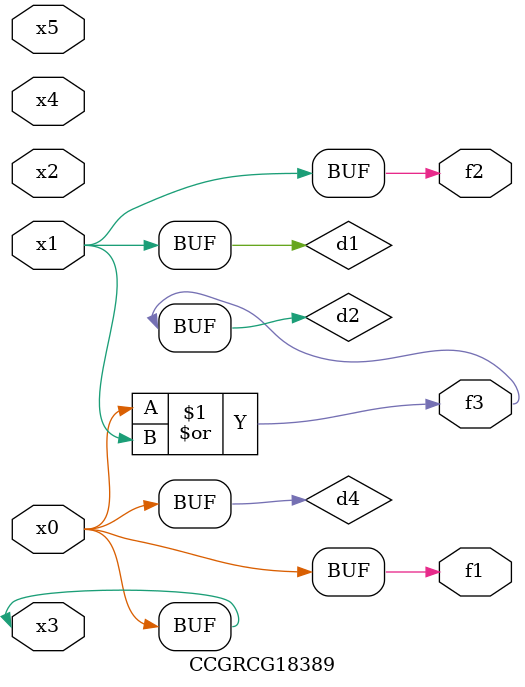
<source format=v>
module CCGRCG18389(
	input x0, x1, x2, x3, x4, x5,
	output f1, f2, f3
);

	wire d1, d2, d3, d4;

	and (d1, x1);
	or (d2, x0, x1);
	nand (d3, x0, x5);
	buf (d4, x0, x3);
	assign f1 = d4;
	assign f2 = d1;
	assign f3 = d2;
endmodule

</source>
